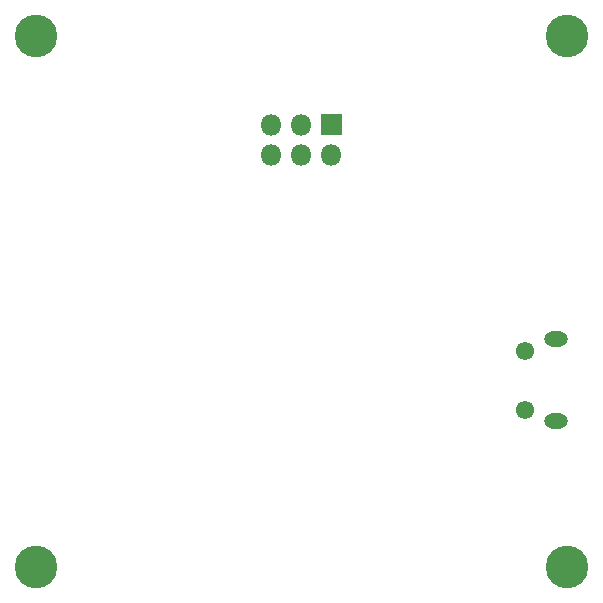
<source format=gbr>
G04 #@! TF.GenerationSoftware,KiCad,Pcbnew,(5.1.8)-1*
G04 #@! TF.CreationDate,2021-01-03T13:20:36-07:00*
G04 #@! TF.ProjectId,Flight-Controller-PCB,466c6967-6874-42d4-936f-6e74726f6c6c,rev?*
G04 #@! TF.SameCoordinates,Original*
G04 #@! TF.FileFunction,Soldermask,Bot*
G04 #@! TF.FilePolarity,Negative*
%FSLAX46Y46*%
G04 Gerber Fmt 4.6, Leading zero omitted, Abs format (unit mm)*
G04 Created by KiCad (PCBNEW (5.1.8)-1) date 2021-01-03 13:20:36*
%MOMM*%
%LPD*%
G01*
G04 APERTURE LIST*
%ADD10C,3.602000*%
%ADD11O,1.802000X1.802000*%
%ADD12C,1.552000*%
%ADD13O,2.002000X1.302000*%
G04 APERTURE END LIST*
D10*
X111402000Y-91798000D03*
X66398000Y-91798000D03*
X66398000Y-136800000D03*
X111402000Y-136800000D03*
G36*
G01*
X90575000Y-98413000D02*
X92275000Y-98413000D01*
G75*
G02*
X92326000Y-98464000I0J-51000D01*
G01*
X92326000Y-100164000D01*
G75*
G02*
X92275000Y-100215000I-51000J0D01*
G01*
X90575000Y-100215000D01*
G75*
G02*
X90524000Y-100164000I0J51000D01*
G01*
X90524000Y-98464000D01*
G75*
G02*
X90575000Y-98413000I51000J0D01*
G01*
G37*
D11*
X91425000Y-101854000D03*
X88885000Y-99314000D03*
X88885000Y-101854000D03*
X86345000Y-99314000D03*
X86345000Y-101854000D03*
D12*
X107794500Y-123447842D03*
X107794500Y-118447842D03*
D13*
X110494500Y-124447842D03*
X110494500Y-117447842D03*
M02*

</source>
